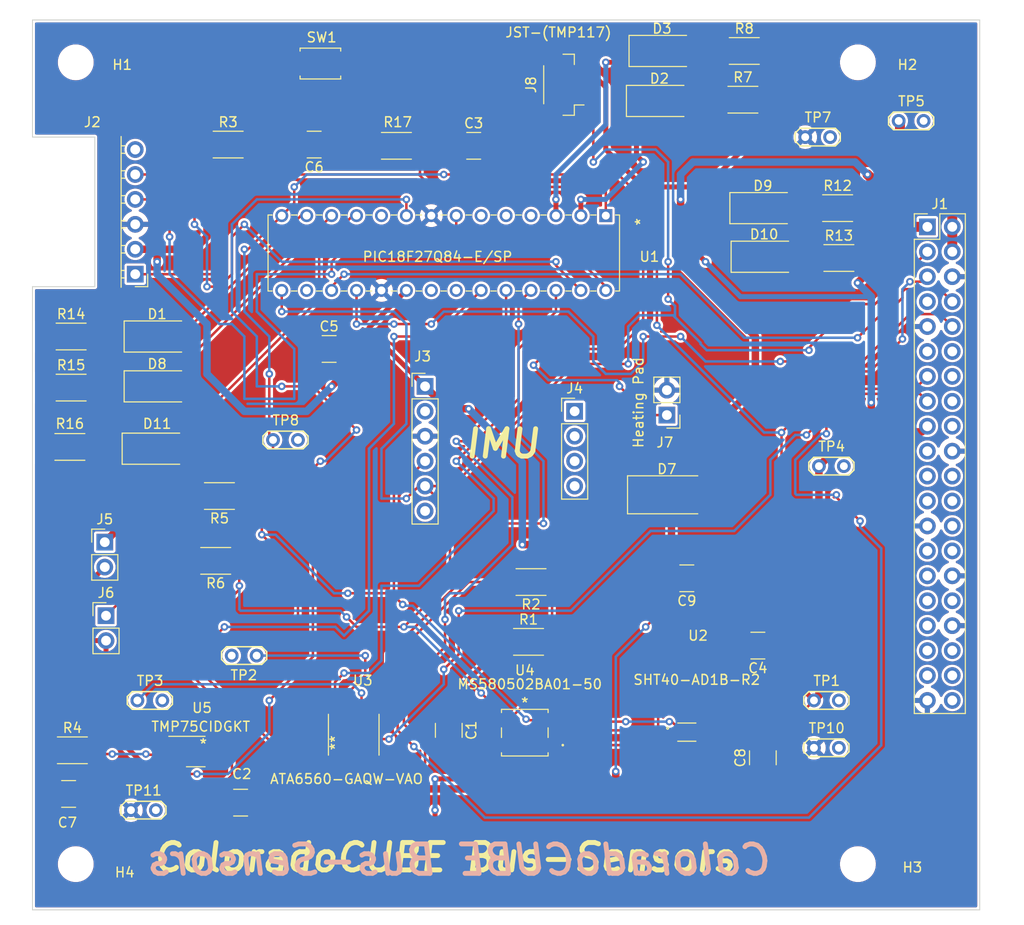
<source format=kicad_pcb>
(kicad_pcb (version 20211014) (generator pcbnew)
  (layers (0 "F.Cu" signal) (31 "B.Cu" signal) (34 "B.Paste" user) (35 "F.Paste" user) (36 "B.SilkS" user "B.Silkscreen") (37 "F.SilkS" user "F.Silkscreen") (38 "B.Mask" user) (39 "F.Mask" user) (44 "Edge.Cuts" user))
  (net 0 "")
  (net 1 "Net-(C1-Pad1)")
  (net 2 "GND")
  (net 3 "/+5V_VDD")
  (net 5 "/LED_1")
  (net 6 "/LED_2")
  (net 7 "/LED_3")
  (net 8 "/LED_4")
  (net 9 "/LED_5")
  (net 11 "/RC6_TX")
  (net 12 "/RC7_RX")
  (net 13 "/CAN_Transceiver/CANH")
  (net 14 "/CAN_Transceiver/CANL")
  (net 15 "/MCLR")
  (net 16 "/ICSPD")
  (net 17 "/ICSPC")
  (net 18 "/SDA_RC4")
  (net 19 "/SCL_RC3")
  (net 20 "/CAN_Transceiver/CAN_RX")
  (net 21 "/CAN_Transceiver/CAN_TX")
  (net 22 "Net-(J7-Pad1)")
  (net 25 "/CAN_Transceiver/NSIL")
  (net 26 "/CAN_Transceiver/STBY")
  (net 27 "/CAN_Transceiver/PWR")
  (net 29 "/+3V3_VDD")
  (net 31 "Net-(D9-Pad2)")
  (net 32 "Net-(D10-Pad2)")
  (net 33 "Net-(D1-Pad1)")
  (net 34 "/RC0_D11")
  (net 35 "Net-(D8-Pad1)")
  (net 36 "/RC1_D12")
  (net 37 "Net-(D11-Pad1)")
  (net 38 "/RC2_D13")
  (net 39 "Net-(C3-Pad2)")
  (net 45 "Net-(J5-Pad1)")
  (net 46 "Net-(J6-Pad1)")
  (net 47 "Net-(D2-Pad2)")
  (net 48 "Net-(D3-Pad2)")
  (net 49 "/ALERT_TEM")
  (footprint "Connector_PinHeader_2.54mm:PinHeader_1x06_P2.54mm_Horizontal" (layer "F.Cu") (at 114.610998 67.31 180)
    (fp_text reference "J2")
    (fp_text value "Conn_01x06")
  )
  (footprint "TestPoint:TestPoint_2Pads_Pitch2.54mm_Drill0.8mm" (layer "F.Cu") (at 182.88 53.34)
    (fp_text reference "TP7")
    (fp_text value "TestPoint")
  )
  (footprint "Capacitor_SMD:C_1210_3225Metric_Pad1.33x2.70mm_HandSolder" (layer "F.Cu") (at 146.558 113.792 -90)
    (fp_text reference "C1")
    (fp_text value "4.7nF")
  )
  (footprint "Resistor_SMD:R_2010_5025Metric_Pad1.40x2.65mm_HandSolder" (layer "F.Cu") (at 176.67 44.564)
    (fp_text reference "R8")
    (fp_text value "330")
  )
  (footprint "LED_SMD:LED_2010_5025Metric_Pad1.52x2.65mm_HandSolder" (layer "F.Cu") (at 168.021 49.657)
    (fp_text reference "D2")
    (fp_text value "RED")
  )
  (footprint "Capacitor_SMD:C_1210_3225Metric_Pad1.33x2.70mm_HandSolder" (layer "F.Cu") (at 170.815 98.298 180)
    (fp_text reference "C9")
    (fp_text value "22uF")
  )
  (footprint "MS5805:MS580502BA01-50" (layer "F.Cu") (at 154.305 114.02695 180)
    (fp_text reference "U4")
    (fp_text value "MS580502BA01-50")
  )
  (footprint "Capacitor_SMD:C_1210_3225Metric_Pad1.33x2.70mm_HandSolder" (layer "F.Cu") (at 149.098 54.229)
    (fp_text reference "C3")
    (fp_text value "0.1uF")
  )
  (footprint "Capacitor_SMD:C_1210_3225Metric_Pad1.33x2.70mm_HandSolder" (layer "F.Cu") (at 178.054 105.156 180)
    (fp_text reference "C4")
    (fp_text value "0.1uF")
  )
  (footprint "footprintsSP:PIC18F27Q84-E&slash_SP" (layer "F.Cu") (at 162.56 61.341 -90)
    (fp_text reference "U1")
    (fp_text value "PIC18F27Q84-E/SP")
  )
  (footprint "Connector_PinHeader_2.54mm:PinHeader_1x04_P2.54mm_Vertical" (layer "F.Cu") (at 159.385 81.28)
    (fp_text reference "J4")
    (fp_text value "Conn_01x04")
  )
  (footprint "Resistor_SMD:R_2010_5025Metric_Pad1.40x2.65mm_HandSolder" (layer "F.Cu") (at 123.19 89.916 180)
    (fp_text reference "R5")
    (fp_text value "10k")
  )
  (footprint "Connector_PinHeader_2.54mm:PinHeader_2x20_P2.54mm_Vertical" (layer "F.Cu") (at 195.326 62.484)
    (fp_text reference "J1")
    (fp_text value "Conn_02x20_Odd_Even")
  )
  (footprint "LED_SMD:LED_2010_5025Metric_Pad1.52x2.65mm_HandSolder" (layer "F.Cu") (at 116.6375 85.09)
    (fp_text reference "D11")
    (fp_text value "LED_Filled")
  )
  (footprint "TestPoint:TestPoint_2Pads_Pitch2.54mm_Drill0.8mm" (layer "F.Cu") (at 126.98 106.172 180)
    (fp_text reference "TP2")
    (fp_text value "TestPoint")
  )
  (footprint "tem_sensor:SHT40-AD1B-R2" (layer "F.Cu") (at 170.815 113.97295)
    (fp_text reference "U2")
    (fp_text value "SHT40-AD1B-R2")
  )
  (footprint "Resistor_SMD:R_2010_5025Metric_Pad1.40x2.65mm_HandSolder" (layer "F.Cu") (at 122.809 96.52 180)
    (fp_text reference "R6")
    (fp_text value "10k")
  )
  (footprint "TestPoint:TestPoint_2Pads_Pitch2.54mm_Drill0.8mm" (layer "F.Cu") (at 128.651 84.201)
    (fp_text reference "TP8")
    (fp_text value "TestPoint")
  )
  (footprint "Connector_PinHeader_2.54mm:PinHeader_1x06_P2.54mm_Vertical" (layer "F.Cu") (at 144.145 78.74)
    (fp_text reference "J3")
    (fp_text value "Conn_01x06")
  )
  (footprint "Capacitor_SMD:C_1210_3225Metric_Pad1.33x2.70mm_HandSolder" (layer "F.Cu") (at 125.349 121.158 180)
    (fp_text reference "C2")
    (fp_text value "100nF")
  )
  (footprint "TestPoint:TestPoint_2Pads_Pitch2.54mm_Drill0.8mm" (layer "F.Cu") (at 183.769 110.744)
    (fp_text reference "TP1")
    (fp_text value "TestPoint")
  )
  (footprint "Resistor_SMD:R_2010_5025Metric_Pad1.40x2.65mm_HandSolder" (layer "F.Cu") (at 107.95 84.91 180)
    (fp_text reference "R16")
    (fp_text value "1k")
  )
  (footprint "Resistor_SMD:R_2010_5025Metric_Pad1.40x2.65mm_HandSolder" (layer "F.Cu") (at 154.94 98.679 180)
    (fp_text reference "R2")
    (fp_text value "60")
  )
  (footprint "Resistor_SMD:R_2010_5025Metric_Pad1.40x2.65mm_HandSolder" (layer "F.Cu") (at 108.077 73.66 180)
    (fp_text reference "R14")
    (fp_text value "1k")
  )
  (footprint "MountingHole:MountingHole_3mm" (layer "F.Cu") (at 188.25 127.422)
    (fp_text reference "H3")
    (fp_text value "3mm_Mounting_Hole")
  )
  (footprint "MountingHole:MountingHole_3mm" (layer "F.Cu") (at 108.55 127.422)
    (fp_text reference "H4")
    (fp_text value "3mm_Mounting_Hole")
  )
  (footprint "TestPoint:TestPoint_2Pads_Pitch2.54mm_Drill0.8mm" (layer "F.Cu") (at 192.405 51.689)
    (fp_text reference "TP5")
    (fp_text value "TestPoint")
  )
  (footprint "TestPoint:TestPoint_2Pads_Pitch2.54mm_Drill0.8mm" (layer "F.Cu") (at 183.769 115.57)
    (fp_text reference "TP10")
    (fp_text value "TestPoint")
  )
  (footprint "LED_SMD:LED_2010_5025Metric_Pad1.52x2.65mm_HandSolder" (layer "F.Cu") (at 178.562 60.579)
    (fp_text reference "D9")
    (fp_text value "RED")
  )
  (footprint "LED_SMD:LED_2010_5025Metric_Pad1.52x2.65mm_HandSolder" (layer "F.Cu") (at 116.84 73.66)
    (fp_text reference "D1")
    (fp_text value "LED_Filled")
  )
  (footprint "Button_Switch_SMD:SW_Push_SPST_NO_Alps_SKRK" (layer "F.Cu") (at 133.477 45.847)
    (fp_text reference "SW1")
    (fp_text value "SW_SPST")
  )
  (footprint "Connector_PinHeader_2.54mm:PinHeader_1x02_P2.54mm_Vertical" (layer "F.Cu") (at 168.783 81.666 180)
    (fp_text reference "J7")
    (fp_text value "Conn_01x02")
  )
  (footprint "Diode_SMD:D_2512_6332Metric_Pad1.52x3.35mm_HandSolder" (layer "F.Cu") (at 168.783 89.789)
    (fp_text reference "D7")
    (fp_text value "DIODE")
  )
  (footprint "Resistor_SMD:R_2010_5025Metric_Pad1.40x2.65mm_HandSolder" (layer "F.Cu") (at 108.077 78.867 180)
    (fp_text reference "R15")
    (fp_text value "1k")
  )
  (footprint "TestPoint:TestPoint_2Pads_Pitch2.54mm_Drill0.8mm" (layer "F.Cu") (at 184.277 86.868)
    (fp_text reference "TP4")
    (fp_text value "TestPoint")
  )
  (footprint "MountingHole:MountingHole_3mm" (layer "F.Cu") (at 188.25 45.722)
    (fp_text reference "H2")
    (fp_text value "3mm_Mounting_Hole")
  )
  (footprint "Resistor_SMD:R_2010_5025Metric_Pad1.40x2.65mm_HandSolder" (layer "F.Cu") (at 186.309 65.659)
    (fp_text reference "R13")
    (fp_text value "270")
  )
  (footprint "Resistor_SMD:R_2010_5025Metric_Pad1.40x2.65mm_HandSolder" (layer "F.Cu") (at 154.686 104.775)
    (fp_text reference "R1")
    (fp_text value "60")
  )
  (footprint "CAN_footprint:ATA6560-GAQW-VAO" (layer "F.Cu") (at 136.87425 114.2365 90)
    (fp_text reference "U3")
    (fp_text value "ATA6560-GAQW-VAO")
  )
  (footprint "Resistor_SMD:R_2010_5025Metric_Pad1.40x2.65mm_HandSolder" (layer "F.Cu") (at 176.53 49.53)
    (fp_text reference "R7")
    (fp_text value "330")
  )
  (footprint "Connector_JST:JST_SH_BM04B-SRSS-TB_1x04-1MP_P1.00mm_Vertical" (layer "F.Cu") (at 158.242 48.006 90)
    (fp_text reference "J8")
    (fp_text value "Conn_01x04")
  )
  (footprint "Resistor_SMD:R_2010_5025Metric_Pad1.40x2.65mm_HandSolder" (layer "F.Cu") (at 141.224 54.229)
    (fp_text reference "R17")
    (fp_text value "100")
  )
  (footprint "Capacitor_SMD:C_1210_3225Metric_Pad1.33x2.70mm_HandSolder" (layer "F.Cu") (at 134.366 74.93)
    (fp_text reference "C5")
    (fp_text value "0.1uF")
  )
  (footprint "Capacitor_SMD:C_1210_3225Metric_Pad1.33x2.70mm_HandSolder" (layer "F.Cu") (at 132.842 54.102 180)
    (fp_text reference "C6")
    (fp_text value "0.1uF")
  )
  (footprint "Resistor_SMD:R_2010_5025Metric_Pad1.40x2.65mm_HandSolder" (layer "F.Cu") (at 108.204 115.824)
    (fp_text reference "R4")
    (fp_text value "10K")
  )
  (footprint "Resistor_SMD:R_2010_5025Metric_Pad1.40x2.65mm_HandSolder" (layer "F.Cu") (at 186.182 60.579)
    (fp_text reference "R12")
    (fp_text value "470")
  )
  (footprint "TEM_S:TMP75CIDGKT" (layer "F.Cu") (at 120.777 115.951)
    (fp_text reference "U5")
    (fp_text value "TMP75CIDGKT")
  )
  (footprint "Resistor_SMD:R_2010_5025Metric_Pad1.40x2.65mm_HandSolder" (layer "F.Cu") (at 124.079 54.102)
    (fp_text reference "R3")
    (fp_text value "10K")
  )
  (footprint "TestPoint:TestPoint_2Pads_Pitch2.54mm_Drill0.8mm" (layer "F.Cu") (at 114.828 110.744)
    (fp_text reference "TP3")
    (fp_text value "TestPoint")
  )
  (footprint "TestPoint:TestPoint_2Pads_Pitch2.54mm_Drill0.8mm" (layer "F.Cu") (at 114.173 121.92)
    (fp_text reference "TP11")
    (fp_text value "TestPoint")
  )
  (footprint "Capacitor_SMD:C_1210_3225Metric_Pad1.33x2.70mm_HandSolder" (layer "F.Cu") (at 107.823 120.269 180)
    (fp_text reference "C7")
    (fp_text value "0.1uF")
  )
  (footprint "Capacitor_SMD:C_1210_3225Metric_Pad1.33x2.70mm_HandSolder" (layer "F.Cu") (at 178.562 116.586 90)
    (fp_text reference "C8")
    (fp_text value "0.1uF")
  )
  (footprint "Connector_PinHeader_2.54mm:PinHeader_1x02_P2.54mm_Vertical" (layer "F.Cu") (at 111.633 102.108)
    (fp_text reference "J6")
    (fp_text value "Conn_01x02")
  )
  (footprint "LED_SMD:LED_2010_5025Metric_Pad1.52x2.65mm_HandSolder" (layer "F.Cu") (at 178.689 65.532)
    (fp_text reference "D10")
    (fp_text value "RED")
  )
  (footprint "MountingHole:MountingHole_3mm" (layer "F.Cu") (at 108.55 45.722)
    (fp_text reference "H1")
    (fp_text value "3mm_Mounting_Hole")
  )
  (footprint "Connector_PinHeader_2.54mm:PinHeader_1x02_P2.54mm_Vertical" (layer "F.Cu") (at 111.506 94.615)
    (fp_text reference "J5")
    (fp_text value "Conn_01x02")
  )
  (footprint "LED_SMD:LED_2010_5025Metric_Pad1.52x2.65mm_HandSolder" (layer "F.Cu") (at 168.288 44.564)
    (fp_text reference "D3")
    (fp_text value "GREEN")
  )
  (footprint "LED_SMD:LED_2010_5025Metric_Pad1.52x2.65mm_HandSolder" (layer "F.Cu") (at 116.84 78.74)
    (fp_text reference "D8")
    (fp_text value "LED_Filled")
  )
  (gr_line (start 200.66 41.402) (end 200.66 132.08) (layer "Edge.Cuts") (width 0.1))
  (gr_line (start 104.14 132.08) (end 104.14 68.58) (layer "Edge.Cuts") (width 0.1))
  (gr_line (start 110.49 53.34) (end 104.14 53.34) (layer "Edge.Cuts") (width 0.1))
  (gr_line (start 200.66 132.08) (end 104.14 132.08) (layer "Edge.Cuts") (width 0.1))
  (gr_line (start 104.14 53.34) (end 104.14 41.402) (layer "Edge.Cuts") (width 0.1))
  (gr_line (start 104.14 68.58) (end 110.49 68.58) (layer "Edge.Cuts") (width 0.1))
  (gr_line (start 104.14 41.402) (end 200.66 41.402) (layer "Edge.Cuts") (width 0.1))
  (gr_line (start 110.49 68.58) (end 110.49 53.34) (layer "Edge.Cuts") (width 0.1))
  (gr_text "ColoradoCUBE Bus-Sensors " (at 146.558 127) (layer "B.SilkS") (effects (font (size 2.999999 2.999999) (thickness 0.5) italic) (justify mirror)))
  (gr_text "ColoradoCUBE Bus-Sensors " (at 147.193 126.746) (layer "F.SilkS") (effects (font (size 2.794 2.794) (thickness 0.5) italic)))
  (gr_text "Heating Pad" (at 165.8874 80.391 90) (layer "F.SilkS") (effects (font (size 1 1))))
  (gr_text "JST-(TMP117)" (at 157.734 42.672) (layer "F.SilkS") (effects (font (size 1 1))))
  (gr_text "IMU" (at 152.019 84.582) (layer "F.SilkS") (effects (font (size 2.794 2.794) (thickness 0.5) italic)))
  (segment (start 157.086 107.074) (end 157.086 104.775) (width 0.508) (layer "F.Cu") (net 1))
  (segment (start 156.972 107.188) (end 157.086 107.074) (width 0.508) (layer "F.Cu") (net 1))
  (segment (start 146.558 112.2295) (end 146.558 110.617) (width 0.508) (layer "F.Cu") (net 1))
  (segment (start 157.086 98.933) (end 157.34 98.679) (width 0.254) (layer "F.Cu") (net 1))
  (segment (start 157.086 104.775) (end 157.086 98.933) (width 0.254) (layer "F.Cu") (net 1))
  (segment (start 146.558 110.617) (end 149.987 107.188) (width 0.508) (layer "F.Cu") (net 1))
  (segment (start 149.987 107.188) (end 156.972 107.188) (width 0.508) (layer "F.Cu") (net 1))
  (segment (start 171.45 67.31) (end 170.18 66.04) (width 0.762) (layer "F.Cu") (net 3))
  (segment (start 192.532 58.42) (end 190.741 58.42) (width 1.016) (layer "F.Cu") (net 3))
  (segment (start 146.431 81.026) (end 144.145 78.74) (width 0.762) (layer "F.Cu") (net 3))
  (segment (start 197.866 62.484) (end 197.866 59.69) (width 1.016) (layer "F.Cu") (net 3))
  (segment (start 121.92 60.96) (end 126.479 56.401) (width 0.762) (layer "F.Cu") (net 3))
  (segment (start 154.051 94.869) (end 160.7155 94.869) (width 0.762) (layer "F.Cu") (net 3))
  (segment (start 165.7955 89.789) (end 166.751 89.789) (width 0.762) (layer "F.Cu") (net 3))
  (segment (start 177.8 73.66) (end 171.45 67.31) (width 0.762) (layer "F.Cu") (net 3))
  (segment (start 190.3665 58.2865) (end 190.3665 58.7945) (width 1.016) (layer "F.Cu") (net 3))
  (segment (start 120.65 64.77) (end 121.92 63.5) (width 0.762) (layer "F.Cu") (net 3))
  (segment (start 197.866 65.024) (end 197.866 62.484) (width 1.016) (layer "F.Cu") (net 3))
  (segment (start 190.741 58.42) (end 190.3665 58.7945) (width 1.016) (layer "F.Cu") (net 3))
  (segment (start 142.24 68.961) (end 138.43 72.771) (width 0.508) (layer "F.Cu") (net 3))
  (segment (start 126.479 54.102) (end 131.2795 54.102) (width 0.508) (layer "F.Cu") (net 3))
  (segment (start 190.3665 58.7945) (end 188.582 60.579) (width 1.016) (layer "F.Cu") (net 3))
  (segment (start 126.479 56.401) (end 126.479 54.102) (width 0.762) (layer "F.Cu") (net 3))
  (segment (start 135.9285 77.4315) (end 134.62 78.74) (width 0.762) (layer "F.Cu") (net 3))
  (segment (start 138.43 72.771) (end 138.43 74.93) (width 0.508) (layer "F.Cu") (net 3))
  (segment (start 170.18 66.04) (end 170.18 59.69) (width 0.762) (layer "F.Cu") (net 3))
  (segment (start 138.43 74.93) (end 140.335 74.93) (width 0.508) (layer "F.Cu") (net 3))
  (segment (start 166.751 89.789) (end 177.8 78.74) (width 0.762) (layer "F.Cu") (net 3))
  (segment (start 148.59 81.026) (end 146.431 81.026) (width 0.762) (layer "F.Cu") (net 3))
  (segment (start 160.7155 94.869) (end 165.7955 89.789) (width 0.762) (layer "F.Cu") (net 3))
  (segment (start 192.532 51.816) (end 192.532 58.42) (width 1.016) (layer "F.Cu") (net 3))
  (segment (start 135.9285 74.93) (end 135.9285 77.4315) (width 0.762) (layer "F.Cu") (net 3))
  (segment (start 135.9285 74.93) (end 138.43 74.93) (width 0.508) (layer "F.Cu") (net 3))
  (segment (start 189.23 57.15) (end 190.3665 58.2865) (width 1.016) (layer "F.Cu") (net 3))
  (segment (start 116.84 66.04) (end 116.84 64.77) (width 0.762) (layer "F.Cu") (net 3))
  (segment (start 197.866 59.69) (end 196.596 58.42) (width 1.016) (layer "F.Cu") (net 3))
  (segment (start 121.92 63.5) (end 121.92 60.96) (width 0.762) (layer "F.Cu") (net 3))
  (segment (start 114.611 64.77) (end 116.84 64.77) (width 0.762) (layer "F.Cu") (net 3))
  (segment (start 140.335 74.93) (end 144.145 78.74) (width 0.508) (layer "F.Cu") (net 3))
  (segment (start 116.84 64.77) (end 120.65 64.77) (width 0.762) (layer "F.Cu") (net 3))
  (segment (start 196.596 58.42) (end 192.532 58.42) (width 1.016) (layer "F.Cu") (net 3))
  (segment (start 177.8 78.74) (end 177.8 73.66) (width 0.762) (layer "F.Cu") (net 3))
  (segment (start 192.405 51.689) (end 192.532 51.816) (width 1.016) (layer "F.Cu") (net 3))
  (via (at 154.051 94.869) (size 0.762) (drill 0.381) (layers "F.Cu" "B.Cu") (net 3))
  (via (at 148.59 81.026) (size 0.762) (drill 0.381) (layers "F.Cu" "B.Cu") (net 3))
  (via (at 134.62 78.74) (size 0.762) (drill 0.381) (layers "F.Cu" "B.Cu") (net 3))
  (via (at 116.84 66.04) (size 0.762) (drill 0.381) (layers "F.Cu" "B.Cu") (net 3))
  (via (at 170.18 59.69) (size 0.762) (drill 0.381) (layers "F.Cu" "B.Cu") (net 3))
  (via (at 189.23 57.15) (size 0.762) (drill 0.381) (layers "F.Cu" "B.Cu") (net 3))
  (segment (start 170.18 57.15) (end 171.45 55.88) (width 0.762) (layer "B.Cu") (net 3))
  (segment (start 171.45 55.88) (end 187.96 55.88) (width 0.762) (layer "B.Cu") (net 3))
  (segment (start 132.08 81.28) (end 125.73 81.28) (width 0.762) (layer "B.Cu") (net 3))
  (segment (start 121.92 73.66) (end 121.92 72.39) (width 0.762) (layer "B.Cu") (net 3))
  (segment (start 134.62 78.74) (end 132.08 81.28) (width 0.762) (layer "B.Cu") (net 3))
  (segment (start 121.92 72.39) (end 118.11 68.58) (width 0.762) (layer "B.Cu") (net 3))
  (segment (start 154.051 86.487) (end 148.59 81.026) (width 0.762) (layer "B.Cu") (net 3))
  (segment (start 154.051 94.869) (end 154.051 86.487) (width 0.762) (layer "B.Cu") (net 3))
  (segment (start 116.84 67.31) (end 116.84 66.04) (width 0.762) (layer "B.Cu") (net 3))
  (segment (start 118.11 68.58) (end 116.84 67.31) (width 0.762) (layer "B.Cu") (net 3))
  (segment (start 125.73 81.28) (end 121.92 77.47) (width 0.762) (layer "B.Cu") (net 3))
  (segment (start 187.96 55.88) (end 189.23 57.15) (width 0.762) (layer "B.Cu") (net 3))
  (segment (start 170.18 59.69) (end 170.18 57.15) (width 0.762) (layer "B.Cu") (net 3))
  (segment (start 121.92 77.47) (end 121.92 73.66) (width 0.762) (layer "B.Cu") (net 3))
  (segment (start 165.6835 49.657) (end 165.6835 55.1935) (width 0.508) (layer "F.Cu") (net 5))
  (segment (start 160.02 59.69) (end 160.02 61.341) (width 0.508) (layer "F.Cu") (net 5))
  (segment (start 165.6835 55.1935) (end 166.37 55.88) (width 0.508) (layer "F.Cu") (net 5))
  (via (at 166.37 55.88) (size 0.762) (drill 0.381) (layers "F.Cu" "B.Cu") (net 5))
  (via (at 160.02 59.69) (size 0.762) (drill 0.381) (layers "F.Cu" "B.Cu") (net 5))
  (segment (start 166.37 55.88) (end 162.56 59.69) (width 0.508) (layer "B.Cu") (net 5))
  (segment (start 162.56 59.69) (end 160.02 59.69) (width 0.508) (layer "B.Cu") (net 5))
  (segment (start 157.48 59.69) (end 157.48 61.341) (width 0.508) (layer "F.Cu") (net 6))
  (segment (start 164.7945 45.72) (end 162.56 45.72) (width 0.508) (layer "F.Cu") (net 6))
  (segment (start 165.9505 44.564) (end 164.7945 45.72) (width 0.508) (layer "F.Cu") (net 6))
  (via (at 162.56 45.72) (size 0.762) (drill 0.381) (layers "F.Cu" "B.Cu") (net 6))
  (via (at 157.48 59.69) (size 0.762) (drill 0.381) (layers "F.Cu" "B.Cu") (net 6))
  (segment (start 162.56 45.72) (end 162.56 52.07) (width 0.508) (layer "B.Cu") (net 6))
  (segment (start 157.48 57.15) (end 157.48 59.69) (width 0.508) (layer "B.Cu") (net 6))
  (segment (start 162.56 52.07) (end 157.48 57.15) (width 0.508) (layer "B.Cu") (net 6))
  (segment (start 196.596 68.834) (end 197.866 70.104) (width 0.254) (layer "F.Cu") (net 11))
  (segment (start 191.516 70.993) (end 192.786 69.723) (width 0.254) (layer "F.Cu") (net 11))
  (segment (start 193.04 68.834) (end 196.596 68.834) (width 0.254) (layer "F.Cu") (net 11))
  (segment (start 134.62 68.58) (end 134.62 68.961) (width 0.254) (layer "F.Cu") (net 11))
  (segment (start 135.89 67.31) (end 134.62 68.58) (width 0.254) (layer "F.Cu") (net 11))
  (segment (start 192.786 69.723) (end 192.786 69.088) (width 0.254) (layer "F.Cu") (net 11))
  (segment (start 188.214 73.787) (end 191.008 70.993) (width 0.254) (layer "F.Cu") (net 11))
  (segment (start 192.786 69.088) (end 193.04 68.834) (width 0.254) (layer "F.Cu") (net 11))
  (segment (start 191.008 70.993) (end 191.516 70.993) (width 0.254) (layer "F.Cu") (net 11))
  (via (at 135.89 67.31) (size 0.762) (drill 0.381) (layers "F.Cu" "B.Cu") (net 11))
  (via (at 188.214 73.787) (size 0.762) (drill 0.381) (layers "F.Cu" "B.Cu") (net 11))
  (segment (start 176.657 73.787) (end 176.53 73.66) (width 0.254) (layer "B.Cu") (net 11))
  (segment (start 168.91 67.31) (end 135.89 67.31) (width 0.254) (layer "B.Cu") (net 11))
  (segment (start 176.53 73.66) (end 170.18 67.31) (width 0.254) (layer "B.Cu") (net 11))
  (segment (start 170.18 67.31) (end 168.91 67.31) (width 0.254) (layer "B.Cu") (net 11))
  (segment (start 188.214 73.787) (end 176.657 73.787) (width 0.254) (layer "B.Cu") (net 11))
  (segment (start 188.722 76.2) (end 180.34 76.2) (width 0.254) (layer "F.Cu") (net 12))
  (segment (start 170.18 73.66) (end 166.37 73.66) (width 0.254) (layer "F.Cu") (net 12))
  (segment (start 196.596 71.374) (end 193.548 71.374) (width 0.254) (layer "F.Cu") (net 12))
  (segment (start 193.548 71.374) (end 188.722 76.2) (width 0.254) (layer "F.Cu") (net 12))
  (segment (start 197.866 72.644) (end 196.596 71.374) (width 0.254) (layer "F.Cu") (net 12))
  (segment (start 137.16 72.39) (end 137.16 68.961) (width 0.254) (layer "F.Cu") (net 12))
  (segment (start 144.78 72.39) (end 140.97 72.39) (width 0.254) (layer "F.Cu") (net 12))
  (via (at 137.16 72.39) (size 0.762) (drill 0.381) (layers "F.Cu" "B.Cu") (net 12))
  (via (at 140.97 72.39) (size 0.762) (drill 0.381) (layers "F.Cu" "B.Cu") (net 12))
  (via (at 180.34 76.2) (size 0.762) (drill 0.381) (layers "F.Cu" "B.Cu") (net 12))
  (via (at 170.18 73.66) (size 0.762) (drill 0.381) (layers "F.Cu" "B.Cu") (net 12))
  (via (at 144.78 72.39) (size 0.762) (drill 0.381) (layers "F.Cu" "B.Cu") (net 12))
  (via (at 166.37 73.66) (size 0.762) (drill 0.381) (layers "F.Cu" "B.Cu") (net 12))
  (segment (start 165.1 77.47) (end 162.56 77.47) (width 0.254) (layer "B.Cu") (net 12))
  (segment (start 156.21 71.12) (end 146.05 71.12) (width 0.254) (layer "B.Cu") (net 12))
  (segment (start 158.75 71.12) (end 156.21 71.12) (width 0.254) (layer "B.Cu") (net 12))
  (segment (start 166.37 73.66) (end 166.37 76.2) (width 0.254) (layer "B.Cu") (net 12))
  (segment (start 161.29 76.2) (end 161.29 73.66) (width 0.254) (layer "B.Cu") (net 12))
  (segment (start 166.37 76.2) (end 165.1 77.47) (width 0.254) (layer "B.Cu") (net 12))
  (segment (start 140.97 72.39) (end 137.16 72.39) (width 0.254) (layer "B.Cu") (net 12))
  (segment (start 162.56 77.47) (end 161.29 76.2) (width 0.254) (layer "B.Cu") (net 12))
  (segment (start 146.05 71.12) (end 144.78 72.39) (width 0.254) (layer "B.Cu") (net 12))
  (segment (start 180.34 76.2) (end 172.72 76.2) (width 0.254) (layer "B.Cu") (net 12))
  (segment (start 172.72 76.2) (end 170.18 73.66) (width 0.254) (layer "B.Cu") (net 12))
  (segment (start 161.29 73.66) (end 158.75 71.12) (width 0.254) (layer "B.Cu") (net 12))
  (segment (start 136.23925 112.74425) (end 137.795 114.3) (width 0.254) (layer "F.Cu") (net 13))
  (segment (start 138.049 108.204) (end 136.23925 110.01375) (width 0.254) (layer "F.Cu") (net 13))
  (segment (start 187.706 78.994) (end 183.007 83.693) (width 0.254) (layer "F.Cu") (net 13))
  (segment (start 147.701 104.775) (end 147.574 104.648) (width 0.254) (layer "F.Cu") (net 13))
  (segment (start 146.05 107.569) (end 147.574 106.045) (width 0.254) (layer "F.Cu") (net 13))
  (segment (start 138.176 114.681) (end 140.462 114.681) (width 0.254) (layer "F.Cu") (net 13))
  (segment (start 136.23925 111.5822) (end 136.23925 112.74425) (width 0.254) (layer "F.Cu") (net 13))
  (segment (start 147.574 106.045) (end 147.574 104.648) (width 0.254) (layer "F.Cu") (net 13))
  (segment (start 194.056 78.994) (end 187.706 78.994) (width 0.254) (layer "F.Cu") (net 13))
  (segment (start 136.23925 110.01375) (end 136.23925 111.5822) (width 0.254) (layer "F.Cu") (net 13))
  (segment (start 137.795 114.3) (end 138.176 114.681) (width 0.254) (layer "F.Cu") (net 13))
  (segment (start 195.326 77.724) (end 194.056 78.994) (width 0.254) (layer "F.Cu") (net 13))
  (segment (start 147.574 104.648) (end 147.574 101.6) (width 0.254) (layer "F.Cu") (net 13))
  (segment (start 152.286 104.775) (end 147.701 104.775) (width 0.254) (layer "F.Cu") (net 13))
  (segment (start 138.049 106.172) (end 138.049 108.204) (width 0.254) (layer "F.Cu") (net 13))
  (via (at 140.462 114.681) (size 0.762) (drill 0.381) (layers "F.Cu" "B.Cu") (net 13))
  (via (at 146.05 107.569) (size 0.762) (drill 0.381) (layers "F.Cu" "B.Cu") (net 13))
  (via (at 138.049 106.172) (size 0.762) (drill 0.381) (layers "F.Cu" "B.Cu") (net 13))
  (via (at 183.007 83.693) (size 0.762) (drill 0.381) (layers "F.Cu" "B.Cu") (net 13))
  (via (at 147.574 101.6) (size 0.762) (drill 0.381) (layers "F.Cu" "B.Cu") (net 13))
  (segment (start 159.004 101.6) (end 167.132 93.472) (width 0.254) (layer "B.Cu") (net 13))
  (segment (start 179.324 89.789) (end 179.324 86.233) (width 0.254) (layer "B.Cu") (net 13))
  (segment (start 146.05 109.093) (end 146.05 107.569) (width 0.254) (layer "B.Cu") (net 13))
  (segment (start 175.641 93.472) (end 179.324 89.789) (width 0.254) (layer "B.Cu") (net 13))
  (segment (start 179.324 86.233) (end 181.864 83.693) (width 0.254) (layer "B.Cu") (net 13))
  (segment (start 140.462 114.681) (end 146.05 109.093) (width 0.254) (layer "B.Cu") (net 13))
  (segment (start 181.864 83.693) (end 183.007 83.693) (width 0.254) (layer "B.Cu") (net 13))
  (segment (start 126.98 106.172) (end 138.049 106.172) (width 0.254) (layer "B.Cu") (net 13))
  (segment (start 147.574 101.6) (end 159.004 101.6) (width 0.254) (layer "B.Cu") (net 13))
  (segment (start 167.132 93.472) (end 175.641 93.472) (width 0.254) (layer "B.Cu") (net 13))
  (segment (start 185.801 90.043) (end 186.055 89.789) (width 0.254) (layer "F.Cu") (net 14))
  (segment (start 194.564 79.502) (end 195.326 80.264) (width 0.254) (layer "F.Cu") (net 14))
  (segment (start 137.922 113.157) (end 140.335 113.157) (width 0.254) (layer "F.Cu") (net 14))
  (segment (start 143.002 115.443) (end 141.351 113.792) (width 0.254) (layer "F.Cu") (net 14))
  (segment (start 137.50925 112.74425) (end 137.922 113.157) (width 0.254) (layer "F.Cu") (net 14))
  (segment (start 185.039 83.566) (end 185.039 82.677) (width 0.254) (layer "F.Cu") (net 14))
  (segment (start 141.351 113.792) (end 141.351 112.141) (width 0.254) (layer "F.Cu") (net 14))
  (segment (start 141.351 105.918) (end 148.59 98.679) (width 0.254) (layer "F.Cu") (net 14))
  (segment (start 188.214 79.502) (end 194.564 79.502) (width 0.254) (layer "F.Cu") (net 14))
  (segment (start 141.351 112.141) (end 141.351 105.918) (width 0.254) (layer "F.Cu") (net 14))
  (segment (start 137.668 111.42345) (end 137.50925 111.5822) (width 0.254) (layer "F.Cu") (net 14))
  (segment (start 137.50925 111.5822) (end 137.50925 112.74425) (width 0.254) (layer "F.Cu") (net 14))
  (segment (start 186.055 90.043) (end 185.801 90.043) (width 0.254) (layer "F.Cu") (net 14))
  (segment (start 140.335 113.157) (end 141.351 112.141) (width 0.254) (layer "F.Cu") (net 14))
  (segment (start 137.668 109.982) (end 137.668 111.42345) (width 0.254) (layer "F.Cu") (net 14))
  (segment (start 148.59 98.679) (end 152.54 98.679) (width 0.254) (layer "F.Cu") (net 14))
  (segment (start 185.039 82.677) (end 188.214 79.502) (width 0.254) (layer "F.Cu") (net 14))
  (segment (start 188.468 92.456) (end 186.055 90.043) (width 0.254) (layer "F.Cu") (net 14))
  (via (at 137.668 109.982) (size 0.762) (drill 0.381) (layers "F.Cu" "B.Cu") (net 14))
  (via (at 143.002 115.443) (size 0.762) (drill 0.381) (layers "F.Cu" "B.Cu") (net 14))
  (via (at 188.468 92.456) (size 0.762) (drill 0.381) (layers "F.Cu" "B.Cu") (net 14))
  (via (at 186.055 89.789) (size 0.762) (drill 0.381) (layers "F.Cu" "B.Cu") (net 14))
  (via (at 185.039 83.566) (size 0.762) (drill 0.381) (layers "F.Cu" "B.Cu") (net 14))
  (segment (start 184.531 83.566) (end 185.039 83.566) (width 0.254) (layer "B.Cu") (net 14))
  (segment (start 188.468 93.091) (end 188.468 92.837) (width 0.254) (layer "B.Cu") (net 14))
  (segment (start 186.055 89.789) (end 181.991 89.789) (width 0.254) (layer "B.Cu") (net 14))
  (segment (start 114.828 110.744) (end 116.479 109.093) (width 0.254) (layer "B.Cu") (net 14))
  (segment (start 181.991 89.789) (end 181.864 89.662) (width 0.254) (layer "B.Cu") (net 14))
  (segment (start 143.002 115.443) (end 150.241 122.682) (width 0.254) (layer "B.Cu") (net 14))
  (segment (start 190.627 95.25) (end 188.468 93.091) (width 0.254) (layer "B.Cu") (net 14))
  (segment (start 183.261 122.682) (end 190.627 115.316) (width 0.254) (layer "B.Cu") (net 14))
  (segment (start 116.479 109.093) (end 136.779 109.093) (width 0.254) (layer "B.Cu") (net 14))
  (segment (start 188.595 92.71) (end 188.468 92.583) (width 0.254) (layer "B.Cu") (net 14))
  (segment (start 136.779 109.093) (end 137.668 109.982) (width 0.254) (layer "B.Cu") (net 14))
  (segment (start 181.864 86.233) (end 184.531 83.566) (width 0.254) (layer "B.Cu") (net 14))
  (segment (start 188.468 92.583) (end 188.468 92.456) (width 0.254) (layer "B.Cu") (net 14))
  (segment (start 188.468 92.837) (end 188.595 92.71) (width 0.254) (layer "B.Cu") (net 14))
  (segment (start 181.864 89.662) (end 181.864 86.233) (width 0.254) (layer "B.Cu") (net 14))
  (segment (start 190.627 115.316) (end 190.627 95.25) (width 0.254) (layer "B.Cu") (net 14))
  (segment (start 150.241 122.682) (end 183.261 122.682) (width 0.254) (layer "B.Cu") (net 14))
  (segment (start 114.611 67.31) (end 123.19 67.31) (width 0.254) (layer "F.Cu") (net 15))
  (segment (start 162.56 58.42) (end 162.56 61.341) (width 0.254) (layer "F.Cu") (net 15))
  (segment (start 123.19 62.23) (end 128.27 57.15) (width 0.254) (layer "F.Cu") (net 15))
  (segment (start 144.78 58.42) (end 162.56 58.42) (width 0.254) (layer "F.Cu") (net 15))
  (segment (start 143.624 57.036) (end 143.624 54.229) (width 0.254) (layer "F.Cu") (net 15))
  (segment (start 128.27 57.15) (end 143.51 57.15) (width 0.254) (layer "F.Cu") (net 15))
  (segment (start 143.51 57.15) (end 143.624 57.036) (width 0.254) (layer "F.Cu") (net 15))
  (segment (start 123.19 67.31) (end 123.19 62.23) (width 0.254) (layer "F.Cu") (net 15))
  (segment (start 143.51 57.15) (end 144.78 58.42) (width 0.254) (layer "F.Cu") (net 15))
  (segment (start 158.75 64.77) (end 162.56 68.58) (width 0.254) (layer "F.Cu") (net 16))
  (segment (start 118.11 59.69) (end 118.11 63.5) (width 0.254) (layer "F.Cu") (net 16))
  (segment (start 134.62 66.04) (end 135.89 64.77) (width 0.254) (layer "F.Cu") (net 16))
  (segment (start 114.611 59.69) (end 118.11 59.69) (width 0.254) (layer "F.Cu") (net 16))
  (segment (start 134.62 67.31) (end 134.62 66.04) (width 0.254) (layer "F.Cu") (net 16))
  (segment (start 135.89 64.77) (end 158.75 64.77) (width 0.254) (layer "F.Cu") (net 16))
  (segment (start 162.56 68.58) (end 162.56 68.961) (width 0.254) (layer "F.Cu") (net 16))
  (via (at 134.62 67.31) (size 0.762) (drill 0.381) (layers "F.Cu" "B.Cu") (net 16))
  (via (at 118.11 63.5) (size 0.762) (drill 0.381) (layers "F.Cu" "B.Cu") (net 16))
  (segment (start 118.11 63.5) (end 118.11 67.31) (width 0.254) (layer "B.Cu") (net 16))
  (segment (start 121.92 71.12) (end 123.19 72.39) (width 0.254) (layer "B.Cu") (net 16))
  (segment (start 127 67.31) (end 134.62 67.31) (width 0.254) (layer "B.Cu") (net 16))
  (segment (start 125.73 80.01) (end 130.81 80.01) (width 0.254) (layer "B.Cu") (net 16))
  (segment (start 130.81 77.47) (end 130.81 74.93) (width 0.254) (layer "B.Cu") (net 16))
  (segment (start 125.73 73.66) (end 125.73 80.01) (width 0.254) (layer "B.Cu") (net 16))
  (segment (start 130.81 80.01) (end 130.81 77.47) (width 0.254) (layer "B.Cu") (net 16))
  (segment (start 118.11 67.31) (end 121.92 71.12) (width 0.254) (layer "B.Cu") (net 16))
  (segment (start 123.19 72.39) (end 124.46 72.39) (width 0.254) (layer "B.Cu") (net 16))
  (segment (start 130.81 74.93) (end 127 71.12) (width 0.254) (layer "B.Cu") (net 16))
  (segment (start 124.46 72.39) (end 125.73 73.66) (width 0.254) (layer "B.Cu") (net 16))
  (segment (start 127 71.12) (end 127 67.31) (width 0.254) (layer "B.Cu") (net 16))
  (segment (start 114.611 57.15) (end 118.11 57.15) (width 0.254) (layer "F.Cu") (net 17))
  (segment (start 123.19 68.58) (end 124.46 67.31) (width 0.254) (layer "F.Cu") (net 17))
  (segment (start 124.46 63.5) (end 125.73 62.23) (width 0.254) (layer "F.Cu") (net 17))
  (segment (start 157.48 66.04) (end 157.48 66.421) (width 0.254) (layer "F.Cu") (net 17))
  (segment (start 120.65 59.69) (end 120.65 62.23) (width 0.254) (layer "F.Cu") (net 17))
  (segment (start 157.48 66.421) (end 160.02 68.961) (width 0.254) (layer "F.Cu") (net 17))
  (segment (start 118.11 57.15) (end 120.65 59.69) (width 0.254) (layer "F.Cu") (net 17))
  (segment (start 121.92 68.58) (end 123.19 68.58) (width 0.254) (layer "F.Cu") (net 17))
  (segment (start 124.46 67.31) (end 124.46 63.5) (width 0.254) (layer "F.Cu") (net 17))
  (via (at 120.65 62.23) (size 0.762) (drill 0.381) (layers "F.Cu" "B.Cu") (net 17))
  (via (at 125.73 62.23) (size 0.762) (drill 0.381) (layers "F.Cu" "B.Cu") (net 17))
  (via (at 157.48 66.04) (size 0.762) (drill 0.381) (layers "F.Cu" "B.Cu") (net 17))
  (via (at 121.92 68.58) (size 0.762) (drill 0.381) (layers "F.Cu" "B.Cu") (net 17))
  (segment (start 125.73 62.23) (end 129.54 66.04) (width 0.254) (layer "B.Cu") (net 17))
  (segment (start 120.65 62.23) (end 121.92 63.5) (width 0.254) (layer "B.Cu") (net 17))
  (segment (start 129.54 66.04) (end 157.48 66.04) (width 0.254) (layer "B.Cu") (net 17))
  (segment (start 121.92 63.5) (end 121.92 68.58) (width 0.254) (layer "B.Cu") (net 17))
  (segment (start 137.16 103.251) (end 136.144 102.235) (width 0.254) (layer "F.Cu") (net 18))
  (segment (start 164.592 112.903) (end 158.877 112.903) (width 0.254) (layer "F.Cu") (net 18))
  (segment (start 161.29 54.61) (end 161.29 55.88) (width 0.254) (layer "F.Cu") (net 18))
  (segment (start 157.226 111.252) (end 154.159951 111.252) (width 0.254) (layer "F.Cu") (net 18))
  (segment (start 187.706 70.358) (end 183.261 74.803) (width 0.254) (layer "F.Cu") (net 18))
  (segment (start 144.145 88.9) (end 146.939 88.9) (width 0.254) (layer "F.Cu") (net 18))
  (segment (start 146.939 88.9) (end 156.083 79.756) (width 0.254) (layer "F.Cu") (net 18))
  (segment (start 156.083 79.756) (end 159.385 76.454) (width 0.254) (layer "F.Cu") (net 18))
  (segment (start 112.522 112.395) (end 112.522 108.458) (width 0.254) (layer "F.Cu") (net 18))
  (segment (start 161.29 49.53) (end 161.29 54.61) (width 0.254) (layer "F.Cu") (net 18))
  (segment (start 146.685 90.932) (end 146.685 98.552) (width 0.254) (layer "F.Cu") (net 18))
  (segment (start 143.51 88.9) (end 142.24 90.17) (width 0.254) (layer "F.Cu") (net 18))
  (segment (start 169.037 112.903) (end 169.291 112.903) (width 0.254) (layer "F.Cu") (net 18))
  (segment (start 129.54 71.12) (end 129.54 68.961) (width 0.254) (layer "F.Cu") (net 18))
  (segment (start 125.222 99.441) (end 125.222 99.06) (width 0.254) (layer "F.Cu") (net 18))
  (segment (start 144.145 88.9) (end 146.177 90.932) (width 0.254) (layer "F.Cu") (net 18))
  (segment (start 169.291 112.903) (end 169.960951 113.572951) (width 0.254) (layer "F.Cu") (net 18))
  (segment (start 125.209 96.52) (end 125.209 99.047) (width 0.254) (layer "F.Cu") (net 18))
  (segment (start 189.992 70.358) (end 187.706 70.358) (width 0.254) (layer "F.Cu") (net 18))
  (segment (start 146.685 98.552) (end 141.986 103.251) (width 0.254) (layer "F.Cu") (net 18))
  (segment (start 152.655001 112.75695) (end 152.63495 112.75695) (width 0.254) (layer "F.Cu") (net 18))
  (segment (start 183.261 74.803) (end 183.261 75.057) (width 0.254) (layer "F.Cu") (net 18))
  (segment (start 168.91 66.04) (end 168.91 69.85) (width 0.254) (layer "F.Cu") (net 18))
  (segment (start 125.209 99.047) (end 125.222 99.06) (width 0.254) (layer "F.Cu") (net 18))
  (segment (start 115.102998 114.975998) (end 112.522 112.395) (width 0.254) (layer "F.Cu") (net 18))
  (segment (start 169.960951 113.572951) (end 170.0657 113.572951) (width 0.254) (layer "F.Cu") (net 18))
  (segment (start 123.825 100.838) (end 125.222 99.441) (width 0.254) (layer "F.Cu") (net 18))
  (segment (start 154.159951 111.252) (end 152.655001 112.75695) (width 0.254) (layer "F.Cu") (net 18))
  (segment (start 118.677002 114.975998) (end 115.102998 114.975998) (width 0.254) (layer "F.Cu") (net 18))
  (segment (start 195.326 65.024) (end 189.992 70.358) (width 0.254) (layer "F.Cu") (net 18))
  (segment (start 159.567 48.506) (end 160.266 48.506) (width 0.254) (layer "F.Cu") (net 18))
  (segment (start 120.142 100.838) (end 123.825 100.838) (width 0.254) (layer "F.Cu") (net 18))
  (segment (start 158.877 112.903) (end 157.226 111.252) (width 0.254) (layer "F.Cu") (net 18))
  (segment (start 112.522 108.458) (end 120.142 100.838) (width 0.254) (layer "F.Cu") (net 18))
  (segment (start 152.63495 112.75695) (end 149.86 109.982) (width 0.254) (layer "F.Cu") (net 18))
  (segment (start 141.986 103.251) (end 137.16 103.251) (width 0.254) (layer "F.Cu") (net 18))
  (segment (start 160.266 48.506) (end 161.29 49.53) (width 0.254) (layer "F.Cu") (net 18))
  (segment (start 146.177 90.932) (end 146.685 90.932) (width 0.254) (layer "F.Cu") (net 18))
  (segment (start 159.385 76.454) (end 164.846 76.454) (width 0.254) (layer "F.Cu") (net 18))
  (segment (start 144.145 88.9) (end 143.51 88.9) (width 0.254) (layer "F.Cu") (net 18))
  (via (at 136.144 102.235) (size 0.762) (drill 0.381) (layers "F.Cu" "B.Cu") (net 18))
  (via (at 168.91 66.04) (size 0.762) (drill 0.381) (layers "F.Cu" "B.Cu") (net 18))
  (via (at 164.592 112.903) (size 0.762) (drill 0.381) (layers "F.Cu" "B.Cu") (net 18))
  (via (at 161.29 55.88) (size 0.762) (drill 0.381) (layers "F.Cu" "B.Cu") (net 18))
  (via (at 168.91 69.85) (size 0.762) (drill 0.381) (layers "F.Cu" "B.Cu") (net 18))
  (via (at 141.986 103.251) (size 0.762) (drill 0.381) (layers "F.Cu" "B.Cu") (net 18))
  (via (at 125.222 99.06) (size 0.762) (drill 0.381) (layers "F.Cu" "B.Cu") (net 18))
  (via (at 142.24 90.17) (size 0.762) (drill 0.381) (layers "F.Cu" "B.Cu") (net 18))
  (via (at 149.86 109.982) (size 0.762) (drill 0.381) (layers "F.Cu" "B.Cu") (net 18))
  (via (at 129.54 71.12) (size 0.762) (drill 0.381) (layers "F.Cu" "B.Cu") (net 18))
  (via (at 164.846 76.454) (size 0.762) (drill 0.381) (layers "F.Cu" "B.Cu") (net 18))
  (via (at 183.261 75.057) (size 0.762) (drill 0.381) (layers "F.Cu" "B.Cu") (net 18))
  (via (at 169.037 112.903) (size 0.762) (drill 0.381) (layers "F.Cu" "B.Cu") (net 18))
  (segment (start 172.212 74.422) (end 172.847 75.057) (width 0.254) (layer "B.Cu") (net 18))
  (segment (start 142.24 72.39) (end 140.97 71.12) (width 0.254) (layer "B.Cu") (net 18))
  (segment (start 164.846 72.644) (end 164.973 72.517) (width 0.254) (layer "B.Cu") (net 18))
  (segment (start 139.7 85.09) (end 140.97 83.82) (width 0.254) (layer "B.Cu") (net 18))
  (segment (start 142.24 90.17) (end 139.7 90.17) (width 0.254) (layer "B.Cu") (net 18))
  (segment (start 142.24 82.55) (end 142.24 72.39) (width 0.254) (layer "B.Cu") (net 18))
  (segment (start 149.86 109.982) (end 143.129 103.251) (width 0.254) (layer "B.Cu") (net 18))
  (segment (start 162.56 54.61) (end 167.64 54.61) (width 0.254) (layer "B.Cu") (net 18))
  (segment (start 125.222 101.473) (end 125.222 99.06) (width 0.254) (layer "B.Cu") (net 18))
  (segment (start 169.6085 70.5485) (end 169.6085 71.6915) (width 0.254) (layer "B.Cu") (net 18))
  (segment (start 161.29 55.88) (end 162.56 54.61) (width 0.254) (layer "B.Cu") (net 18))
  (segment (start 125.349 101.6) (end 125.222 101.473) (width 0.254) (layer "B.Cu") (net 18))
  (segment (start 139.7 90.17) (end 139.7 85.09) (width 0.254) (layer "B.Cu") (net 18))
  (segment (start 169.6085 71.6915) (end 172.212 74.295) (width 0.254) (layer "B.Cu") (net 18))
  (segment (start 164.846 76.454) (end 164.846 72.644) (width 0.254) (layer "B.Cu") (net 18))
  (segment (start 172.212 74.295) (end 172.212 74.422) (width 0.254) (layer "B.Cu") (net 18))
  (segment (start 164.973 72.517) (end 165.989 71.501) (width 0.254) (layer "B.Cu") (net 18))
  (segment (start 169.418 71.501) (end 169.6085 71.6915) (width 0.254) (layer "B.Cu") (net 18))
  (segment (start 168.91 55.88) (end 168.91 66.04) (width 0.254) (layer "B.Cu") (net 18))
  (segment (start 140.97 71.12) (end 129.54 71.12) (width 0.254) (layer "B.Cu") (net 18))
  (segment (start 168.656 112.903) (end 169.037 112.903) (width 0.254) (layer "B.Cu") (net 18))
  (segment (start 143.129 103.251) (end 141.986 103.251) (width 0.254) (layer "B.Cu") (net 18))
  (segment (start 167.64 54.61) (end 168.91 55.88) (width 0.254) (layer "B.Cu") (net 18))
  (segment (start 136.144 102.235) (end 135.509 101.6) (width 0.254) (layer "B.Cu") (net 18))
  (segment (start 165.989 71.501) (end 169.418 71.501) (width 0.254) (layer "B.Cu") (net 18))
  (segment (start 168.91 69.85) (end 169.6085 70.5485) (width 0.254) (layer "B.Cu") (net 18))
  (segment (start 172.847 75.057) (end 183.261 75.057) (width 0.254) (layer "B.Cu") (net 18))
  (segment (start 140.97 83.82) (end 142.24 82.55) (width 0.254) (layer "B.Cu") (net 18))
  (segment (start 135.509 101.6) (end 125.349 101.6) (width 0.254) (layer "B.Cu") (net 18))
  (segment (start 168.656 112.903) (end 164.592 112.903) (width 0.254) (layer "B.Cu") (net 18))
  (segment (start 122.428 102.362) (end 131.191 102.362) (width 0.254) (layer "F.Cu") (net 19))
  (segment (start 180.467 83.439) (end 186.69 77.216) (width 0.254) (layer "F.Cu") (net 19))
  (segment (start 167.767 72.517) (end 167.767 61.087) (width 0.254) (layer "F.Cu") (net 19))
  (segment (start 154.53995 112.75695) (end 154.432 112.649) (width 0.254) (layer "F.Cu") (net 19))
  (segment (start 130.81 58.42) (end 130.81 60.071) (width 0.254) (layer "F.Cu") (net 19))
  (segment (start 131.191 102.362) (end 131.191 97.536) (width 0.254) (layer "F.Cu") (net 19))
  (segment (start 119.38 107.188) (end 119.38 105.41) (width 0.254) (layer "F.Cu") (net 19))
  (segment (start 159.567 53.793) (end 156.21 57.15) (width 0.254) (layer "F.Cu") (net 19))
  (segment (start 194.818 68.072) (end 195.326 67.564) (width 0.254) (layer "F.Cu") (net 19))
  (segment (start 127.508 93.853) (end 127.508 91.834) (width 0.254) (layer "F.Cu") (net 19))
  (segment (start 167.894 113.792) (end 167.894 106.299) (width 0.254) (layer "F.Cu") (net 19))
  (segment (start 167.894 113.792) (end 156.990049 113.792) (width 0.254) (layer "F.Cu") (net 19))
  (segment (start 141.859 100.965) (end 141.224 100.33) (width 0.254) (layer "F.Cu") (net 19))
  (segment (start 125.73 64.77) (end 126.111 64.77) (width 0.254) (layer "F.Cu") (net 19))
  (segment (start 167.767 61.087) (end 167.64 60.96) (width 0.254) (layer "F.Cu") (net 19))
  (segment (start 141.859 88.646) (end 140.97 88.646) (width 0.254) (layer "F.Cu") (net 19))
  (segment (start 188.214 77.216) (end 189.484 77.216) (width 0.254) (layer "F.Cu") (net 19))
  (segment (start 140.716 99.822) (end 136.271 99.822) (width 0.254) (layer "F.Cu") (net 19))
  (segment (start 141.224 100.33) (end 140.716 99.822) (width 0.254) (layer "F.Cu") (net 19))
  (segment (start 127.508 91.834) (end 125.59 89.916) (width 0.254) (layer "F.Cu") (net 19))
  (segment (start 119.38 105.41) (end 122.428 102.362) (width 0.254) (layer "F.Cu") (net 19))
  (segment (start 128.27 83.82) (end 128.27 77.47) (width 0.254) (layer "F.Cu") (net 19))
  (segment (start 168.474949 114.372949) (end 167.894 113.792) (width 0.254) (layer "F.Cu") (net 19))
  (segment (start 186.69 77.216) (end 188.214 77.216) (width 0.254) (layer "F.Cu") (net 19))
  (segment (start 155.954999 112.75695) (end 154.53995 112.75695) (width 0.254) (layer "F.Cu") (net 19))
  (segment (start 180.467 93.726) (end 180.467 84.201) (width 0.254) (layer "F.Cu") (net 19))
  (segment (start 131.191 97.536) (end 127.508 93.853) (width 0.254) (layer "F.Cu") (net 19))
  (segment (start 170.0657 114.372949) (end 168.474949 114.372949) (width 0.254) (layer "F.Cu") (net 19))
  (segment (start 126.111 64.77) (end 129.54 61.341) (width 0.254) (layer "F.Cu") (net 19))
  (segment (start 180.213 93.98) (end 180.467 93.726) (width 0.254) (layer "F.Cu") (net 19))
  (segment (start 119.832001 115.625999) (end 123.063 112.395) (width 0.254) (layer "F.Cu") (net 19))
  (segment (start 189.484 77.216) (end 192.786 73.914) (width 0.254) (layer "F.Cu") (net 19))
  (segment (start 193.548 68.072) (end 194.818 68.072) (width 0.254) (layer "F.Cu") (net 19))
  (segment (start 140.97 88.646) (end 140.97 100.076) (width 0.254) (layer "F.Cu") (net 19))
  (segment (start 130.81 60.071) (end 129.54 61.341) (width 0.254) (layer "F.Cu") (net 19))
  (segment (start 128.651 84.201) (end 128.651 86.855) (width 0.254) (layer "F.Cu") (net 19))
  (segment (start 167.64 60.96) (end 163.83 57.15) (width 0.254) (layer "F.Cu") (net 19))
  (segment (start 123.063 112.395) (end 123.063 110.871) (width 0.254) (layer "F.Cu") (net 19))
  (segment (start 128.651 86.855) (end 125.59 89.916) (width 0.254) (layer "F.Cu") (net 19))
  (segment (start 144.145 86.36) (end 141.859 88.646) (width 0.254) (layer "F.Cu") (net 19))
  (segment (start 163.83 57.15) (end 156.21 57.15) (width 0.254) (layer "F.Cu") (net 19))
  (segment (start 159.567 49.506) (end 159.567 53.793) (width 0.254) (layer "F.Cu") (net 19))
  (segment (start 167.894 106.299) (end 180.213 93.98) (width 0.254) (layer "F.Cu") (net 19))
  (segment (start 156.21 57.15) (end 146.05 57.15) (width 0.254) (layer "F.Cu") (net 19))
  (segment (start 123.063 110.871) (end 119.38 107.188) (width 0.254) (layer "F.Cu") (net 19))
  (segment (start 118.677002 115.625999) (end 119.832001 115.625999) (width 0.254) (layer "F.Cu") (net 19))
  (segment (start 140.97 100.076) (end 141.224 100.33) (width 0.254) (layer "F.Cu") (net 19))
  (segment (start 156.990049 113.792) (end 155.954999 112.75695) (width 0.254) (layer "F.Cu") (net 19))
  (segment (start 180.467 84.201) (end 180.467 83.439) (width 0.254) (layer "F.Cu") (net 19))
  (segment (start 128.651 84.201) (end 128.27 83.82) (width 0.254) (layer "F.Cu") (net 19))
  (via (at 127.508 93.853) (size 0.762) (drill 0.381) (layers "F.Cu" "B.Cu") (net 19))
  (via (at 193.548 68.072) (size 0.762) (drill 0.381) (layers "F.Cu" "B.Cu") (net 19))
  (via (at 167.767 72.517) (size 0.762) (drill 0.381) (layers "F.Cu" "B.Cu") (net 19))
  (via (at 141.859 100.965) (size 0.762) (drill 0.381) (layers "F.Cu" "B.Cu") (net 19))
  (via (at 154.432 112.649) (size 0.762) (drill 0.381) (layers "F.Cu" "B.Cu") (net 19))
  (via (at 130.81 58.42) (size 0.762) (drill 0.381) (layers "F.Cu" "B.Cu") (net 19))
  (via (at 180.467 83.439) (size 0.762) (drill 0.381) (layers "F.Cu" "B.Cu") (net 19))
  (via (at 136.271 99.822) (size 0.762) (drill 0.381) (layers "F.Cu" "B.Cu") (net 19))
  (via (at 128.27 77.47) (size 0.762) (drill 0.381) (layers "F.Cu" "B.Cu") (net 19))
  (via (at 146.05 57.15) (size 0.762) (drill 0.381) (layers "F.Cu" "B.Cu") (net 19))
  (via (at 192.786 73.914) (size 0.762) (drill 0.381) (layers "F.Cu" "B.Cu") (net 19))
  (via (at 125.73 64.77) (size 0.762) (drill 0.381) (layers "F.Cu" "B.Cu") (net 19))
  (segment (start 192.786 73.914) (end 192.786 68.834) (width 0.254) (layer "B.Cu") (net 19))
  (segment (start 136.271 99.822) (end 134.874 99.822) (width 0.254) (layer "B.Cu") (net 19))
  (segment (start 125.73 71.12) (end 125.73 64.77) (width 0.254) (layer "B.Cu") (net 19))
  (segment (start 142.24 101.092) (end 141.986 101.092) (width 0.254) (layer "B.Cu") (net 19))
  (segment (start 127 72.39) (end 125.73 71.12) (width 0.254) (layer "B.Cu") (net 19))
  (segment (start 134.874 99.822) (end 129.159 94.107) (width 0.254) (layer "B.Cu") (net 19))
  (segment (start 141.986 101.092) (end 141.859 100.965) (width 0.254) (layer "B.Cu") (net 19))
  (segment (start 142.875 101.092) (end 142.24 101.092) (width 0.254) (layer "B.Cu") (net 19))
  (segment (start 129.159 94.107) (end 128.905 93.853) (width 0.254) (layer "B.Cu") (net 19))
  (segment (start 167.767 72.517) (end 178.689 83.439) (width 0.254) (layer "B.Cu") (net 19))
  (segment (start 146.05 57.15) (end 132.08 57.15) (width 0.254) (layer "B.Cu") (net 19))
  (segment (start 128.27 73.66) (end 127 72.39) (width 0.254) (layer "B.Cu") (net 19))
  (segment (start 178.689 83.439) (end 180.467 83.439) (width 0.254) (layer "B.Cu") (net 19))
  (segment (start 132.08 57.15) (end 130.81 58.42) (width 0.254) (layer "B.Cu") (net 19))
  (segment (start 128.905 93.853) (end 127.508 93.853) (width 0.254) (layer "B.Cu") (net 19))
  (segment (start 154.432 112.649) (end 142.875 101.092) (width 0.254) (layer "B.Cu") (net 19))
  (segment (start 128.27 77.47) (end 128.27 73.66) (width 0.254) (layer "B.Cu") (net 19))
  (segment (start 192.786 68.834) (end 193.548 68.072) (width 0.254) (layer "B.Cu") (net 19))
  (segment (start 144.145 115.316) (end 144.145 117.094) (width 0.254) (layer "F.Cu") (net 20))
  (segment (start 141.986 113.157) (end 144.145 115.316) (width 0.254) (layer "F.Cu") (net 20))
  (segment (start 147.32 84.328) (end 148.082 84.328) (width 0.254) (layer "F.Cu") (net 20))
  (segment (start 152.4 80.01) (end 152.4 68.961) (width 0.254) (layer "F.Cu") (net 20))
  (segment (start 141.986 109.474) (end 141.986 113.157) (width 0.254) (layer "F.Cu") (net 20))
  (segment (start 146.177 105.283) (end 141.986 109.474) (width 0.254) (layer "F.Cu") (net 20))
  (segment (start 146.177 102.489) (end 146.177 105.283) (width 0.254) (layer "F.Cu") (net 20))
  (segment (start 144.145 117.094) (end 138.98245 117.094) (width 0.254) (layer "F.Cu") (net 20))
  (segment (start 138.98245 117.094) (end 138.77925 116.8908) (width 0.254) (layer "F.Cu") (net 20))
  (segment (start 148.082 84.328) (end 152.4 80.01) (width 0.254) (layer "F.Cu") (net 20))
  (via (at 147.32 84.328) (size 0.762) (drill 0.381) (layers "F.Cu" "B.Cu") (net 20))
  (via (at 146.177 102.489) (size 0.762) (drill 0.381) (layers "F.Cu" "B.Cu") (net 20))
  (segment (start 153.035 90.043) (end 153.035 94.869) (width 0.254) (layer "B.Cu") (net 20))
  (segment (start 146.177 100.33) (end 146.177 102.489) (width 0.254) (layer "B.Cu") (net 20))
  (segment (start 147.32 84.328) (end 153.035 90.043) (width 0.254) (layer "B.Cu") (net 20))
  (segment (start 153.035 94.869) (end 148.082 99.822) (width 0.254) (layer "B.Cu") (net 20))
  (segment (start 146.685 99.822) (end 146.177 100.33) (width 0.254) (layer "B.Cu") (net 20))
  (segment (start 148.082 99.822) (end 146.685 99.822) (width 0.254) (layer "B.Cu") (net 20))
  (segment (start 120.65 107.188) (end 120.65 106.299) (width 0.254) (layer "F.Cu") (net 21))
  (segment (start 145.161 73.66) (end 149.86 68.961) (width 0.254) (layer "F.Cu") (net 21))
  (segment (start 134.96925 116.8908) (end 130.3528 116.8908) (width 0.254) (layer "F.Cu") (net 21))
  (segment (start 130.3528 116.8908) (end 120.65 107.188) (width 0.254) (layer "F.Cu") (net 21))
  (segment (start 140.97 73.66) (end 145.161 73.66) (width 0.254) (layer "F.Cu") (net 21))
  (segment (start 120.65 106.299) (end 123.698 103.251) (width 0.254) (layer "F.Cu") (net 21))
  (via (at 140.97 73.66) (size 0.762) (drill 0.381) (layers "F.Cu" "B.Cu") (net 21))
  (via (at 123.698 103.251) (size 0.762) (drill 0.381) (layers "F.Cu" "B.Cu") (net 21))
  (segment (start 123.698 103.251) (end 135.001 103.251) (width 0.254) (layer "B.Cu") (net 21))
  (segment (start 135.001 103.251) (end 135.89 104.14) (width 0.254) (layer "B.Cu") (net 21))
  (segment (start 140.97 82.55) (end 140.97 73.66) (width 0.254) (layer "B.Cu") (net 21))
  (segment (start 135.89 104.14) (end 138.43 101.6) (width 0.254) (layer "B.Cu") (net 21))
  (segment (start 138.43 101.6) (end 138.43 85.09) (width 0.254) (layer "B.Cu") (net 21))
  (segment (start 138.43 85.09) (end 140.97 82.55) (width 0.254) (layer "B.Cu") (net 21))
  (segment (start 166.883 81.666) (end 168.783 81.666) (width 0.254) (layer "F.Cu") (net 22))
  (segment (start 163.83 74.93) (end 166.37 72.39) (width 0.254) (layer "F.Cu") (net 22))
  (segment (start 166.37 63.5) (end 147.32 63.5) (width 0.254) (layer "F.Cu") (net 22))
  (segment (start 166.37 72.39) (end 166.37 63.5) (width 0.254) (layer "F.Cu") (net 22))
  (segment (start 163.957 78.74) (end 166.883 81.666) (width 0.254) (layer "F.Cu") (net 22))
  (segment (start 155.194 76.581) (end 156.845 74.93) (width 0.254) (layer "F.Cu") (net 22))
  (segment (start 147.32 63.5) (end 147.32 61.341) (width 0.254) (layer "F.Cu") (net 22))
  (segment (start 156.845 74.93) (end 163.83 74.93) (width 0.254) (layer "F.Cu") (net 22))
  (via (at 163.957 78.74) (size 0.762) (drill 0.381) (layers "F.Cu" "B.Cu") (net 22))
  (via (at 155.194 76.581) (size 0.762) (drill 0.381) (layers "F.Cu" "B.Cu") (net 22))
  (segment (start 163.957 78.359) (end 163.957 78.74) (width 0.254) (layer "B.Cu") (net 22))
  (segment (start 155.194 76.581) (end 156.718 78.105) (width 0.254) (layer "B.Cu") (net 22))
  (segment (start 156.718 78.105) (end 163.703 78.105) (width 0.254) (layer "B.Cu") (net 22))
  (segment (start 163.703 78.105) (end 163.957 78.359) (width 0.254) (layer "B.Cu") (net 22))
  (segment (start 140.335 106.045) (end 140.335 108.458) (width 0.254) (layer "F.Cu") (net 25))
  (segment (start 156.21 92.71) (end 151.13 92.71) (width 0.254) (layer "F.Cu") (net 25))
  (segment (start 140.335 108.458) (end 138.77925 110.01375) (width 0.254) (layer "F.Cu") (net 25))
  (segment (start 153.67 70.231) (end 153.67 72.39) (width 0.254) (layer "F.Cu") (net 25))
  (segment (start 154.94 68.961) (end 153.67 70.231) (width 0.254) (layer "F.Cu") (net 25))
  (segment (start 148.59 97.79) (end 140.335 106.045) (width 0.254) (layer "F.Cu") (net 25))
  (segment (start 151.13 92.71) (end 148.59 95.25) (width 0.254) (layer "F.Cu") (net 25))
  (segment (start 138.77925 110.01375) (end 138.77925 111.5822) (width 0.254) (layer "F.Cu") (net 25))
  (segment (start 148.59 95.25) (end 148.59 97.79) (width 0.254) (layer "F.Cu") (net 25))
  (via (at 153.67 72.39) (size 0.762) (drill 0.381) (layers "F.Cu" "B.Cu") (net 25))
  (via (at 156.21 92.71) (size 0.762) (drill 0.381) (layers "F.Cu" "B.Cu") (net 25))
  (segment (start 154.94 85.09) (end 156.21 86.36) (width 0.254) (layer "B.Cu") (net 25))
  (segment (start 156.21 86.36) (end 156.21 92.71) (width 0.254) (layer "B.Cu") (net 25))
  (segment (start 153.67 72.39) (end 153.67 83.82) (width 0.254) (layer "B.Cu") (net 25))
  (segment (start 153.67 83.82) (end 154.94 85.09) (width 0.254) (layer "B.Cu") (net 25))
  (segment (start 157.48 68.961) (end 157.48 71.12) (width 0.254) (layer "F.Cu") (net 26))
  (segment (start 134.96925 108.87075) (end 134.96925 111.5822) (width 0.254) (layer "F.Cu") (net 26))
  (segment (start 135.89 107.95) (end 134.96925 108.87075) (width 0.254) (layer "F.Cu") (net 26))
  (segment (start 153.67 80.01) (end 147.32 86.36) (width 0.254) (layer "F.Cu") (net 26))
  (segment (start 157.48 71.12) (end 153.67 74.93) (width 0.254) (layer "F.Cu") (net 26))
  (segment (start 153.67 74.93) (end 153.67 80.01) (width 0.254) (layer "F.Cu") (net 26))
  (via (at 135.89 107.95) (size 0.762) (drill 0.381) (layers "F.Cu" "B.Cu") (net 26))
  (via (at 147.32 86.36) (size 0.762) (drill 0.381) (layers "F.Cu" "B.Cu") (net 26))
  (segment (start 147.32 86.36) (end 151.13 90.17) (width 0.254) (layer "B.Cu") (net 26))
  (segment (start 151.13 91.44) (end 143.51 99.06) (width 0.254) (layer "B.Cu") (net 26))
  (segment (start 139.7 106.68) (end 138.43 107.95) (width 0.254) (layer "B.Cu") (net 26))
  (segment (start 151.13 90.17) (end 151.13 91.44) (width 0.254) (layer "B.Cu") (net 26))
  (segment (start 139.7 99.06) (end 139.7 106.68) (width 0.254) (layer "B.Cu") (net 26))
  (segment (start 143.51 99.06) (end 139.7 99.06) (width 0.254) (layer "B.Cu") (net 26))
  (segment (start 138.43 107.95) (end 135.89 107.95) (width 0.254) (layer "B.Cu") (net 26))
  (segment (start 137.50925 119.41175) (end 137.8585 119.761) (width 0.762) (layer "F.Cu") (net 27))
  (segment (start 166.624 103.251) (end 169.2525 100.6225) (width 0.254) (layer "F.Cu") (net 27))
  (segment (start 126.9115 121.158) (end 135.509 121.158) (width 0.508) (layer "F.Cu") (net 27))
  (segment (start 137.8585 119.761) (end 163.449 119.761) (width 0.762) (layer "F.Cu") (net 27))
  (segment (start 169.2525 98.298) (end 169.2525 92.307) (width 0.762) (layer "F.Cu") (net 27))
  (segment (start 163.449 119.761) (end 163.576 119.634) (width 0.762) (layer "F.Cu") (net 27))
  (segment (start 163.576 119.634) (end 163.576 117.983) (width 0.762) (layer "F.Cu") (net 27))
  (segment (start 169.2525 92.307) (end 171.7705 89.789) (width 0.762) (layer "F.Cu") (net 27))
  (segment (start 135.509 121.158) (end 137.50925 119.15775) (width 0.508) (layer "F.Cu") (net 27))
  (segment (start 137.50925 119.15775) (end 137.50925 119.41175) (width 0.762) (layer "F.Cu") (net 27))
  (segment (start 137.50925 116.8908) (end 137.50925 119.15775) (width 0.762) (layer "F.Cu") (net 27))
  (segment (start 169.2525 100.6225) (end 169.2525 98.298) (width 0.254) (layer "F.Cu") (net 27))
  (via (at 163.576 117.983) (size 0.762) (drill 0.381) (layers "F.Cu" "B.Cu") (net 27))
  (via (at 166.624 103.251) (size 0.762) (drill 0.381) (layers "F.Cu" "B.Cu") (net 27))
  (segment (start 163.576 106.299) (end 166.624 103.251) (width 0.254) (layer "B.Cu") (net 27))
  (segment (start 163.576 117.983) (end 163.576 106.299) (width 0.254) (layer "B.Cu") (net 27))
  (segment (start 124.46 115.062) (end 124.46 118.364) (width 0.254) (layer "F.Cu") (net 29))
  (segment (start 155.954999 115.29695) (end 171.08805 115.29695) (width 0.254) (layer "F.Cu") (net 29))
  (segment (start 152.506949 118.745) (end 155.954999 115.29695) (width 0.508) (layer "F.Cu") (net 29))
  (segment (start 111.506 97.155) (end 109.22 99.441) (width 0.508) (layer "F.Cu") (net 29))
  (segment (start 172.72 58.42) (end 171.45 59.69) (width 0.508) (layer "F.Cu") (net 29))
  (segment (start 189.0395 82.1055) (end 189.611 81.534) (width 0.762) (layer "F.Cu") (net 29))
  (segment (start 179.6165 105.156) (end 179.6165 106.5915) (width 0.508) (layer "F.Cu") (net 29))
  (segment (start 122.174 123.952) (end 145.161 123.952) (width 0.508) (layer "F.Cu") (net 29))
  (segment (start 178.93 49.53) (end 178.93 52.21) (width 0.508) (layer "F.Cu") (net 29))
  (segment (start 188.214 68.199) (end 188.709 67.704) (width 0.762) (layer "F.Cu") (net 29))
  (segment (start 111.633 112.522) (end 111.633 113.411) (width 0.508) (layer "F.Cu") (net 29))
  (segment (start 179.4895 115.0235) (end 183.769 110.744) (width 0.254) (layer "F.Cu") (net 29))
  (segment (start 106.807 112.522) (end 111.633 112.522) (width 0.508) (layer "F.Cu") (net 29))
  (segment (start 178.93 52.21) (end 172.72 58.42) (width 0.508) (layer "F.Cu") (net 29))
  (segment (start 184.277 110.236) (end 183.769 110.744) (width 0.762) (layer "F.Cu") (net 29))
  (segment (start 162.56 48.26) (end 162.56 54.61) (width 0.508) (layer "F.Cu") (net 29))
  (segment (start 194.7545 83.3755) (end 187.7695 83.3755) (width 0.762) (layer "F.Cu") (net 29))
  (segment (start 124.46 118.364) (end 123.825 118.999) (width 0.254) (layer "F.Cu") (net 29))
  (segment (start 105.804 115.824) (end 105.804 113.525) (width 0.508) (layer "F.Cu") (net 29))
  (segment (start 111.633 113.411) (end 114.681 116.459) (width 0.508) (layer "F.Cu") (net 29))
  (segment (start 161.806 47.506) (end 162.56 48.26) (width 0.508) (layer "F.Cu") (net 29))
  (segment (start 114.681 116.459) (end 118.618 120.396) (width 0.508) (layer "F.Cu") (net 29))
  (segment (start 109.728 104.648) (end 111.633 104.648) (width 0.508) (layer "F.Cu") (net 29))
  (segment (start 105.804 113.525) (end 106.807 112.522) (width 0.508) (layer "F.Cu") (net 29))
  (segment (start 106.2605 120.269) (end 106.2605 116.2805) (width 0.508) (layer "F.Cu") (net 29))
  (segment (start 145.161 123.952) (end 145.161 121.92) (width 0.508) (layer "F.Cu") (net 29))
  (segment (start 195.326 62.484) (end 191.884 62.484) (width 1.016) (layer "F.Cu") (net 29))
  (segment (start 195.326 82.804) (end 194.7545 83.3755) (width 0.762) (layer "F.Cu") (net 29))
  (segment (start 123.825 118.999) (end 119.634 118.999) (width 0.254) (layer "F.Cu") (net 29))
  (segment (start 166.37 58.42) (end 172.72 58.42) (width 0.508) (layer "F.Cu") (net 29))
  (segment (start 184.277 86.868) (end 184.277 110.236) (width 0.762) (layer "F.Cu") (net 29))
  (segment (start 111.633 104.648) (end 111.633 112.522) (width 0.508) (layer "F.Cu") (net 29))
  (segment (start 119.634 118.999) (end 118.618 120.015) (width 0.254) (layer "F.Cu") (net 29))
  (segment (start 118.618 120.396) (end 122.174 123.952) (width 0.508) (layer "F.Cu") (net 29))
  (segment (start 122.877001 114.975998) (end 124.373998 114.975998) (width 0.254) (layer "F.Cu") (net 29))
  (segment (start 106.2605 116.2805) (end 105.804 115.824) (width 0.508) (layer "F.Cu") (net 29))
  (segment (start 179.07 44.564) (end 179.07 49.39) (width 0.508) (layer "F.Cu") (net 29))
  (segment (start 124.373998 114.975998) (end 124.46 115.062) (width 0.254) (layer "F.Cu") (net 29))
  (segment (start 189.611 81.534) (end 189.611 80.391) (width 0.762) (layer "F.Cu") (net 29))
  (segment (start 178.135324 114.596824) (end 178.562 115.0235) (width 0.254) (layer "F.Cu") (net 29))
  (segment (start 171.788176 114.596824) (end 178.135324 114.596824) (width 0.254) (layer "F.Cu") (net 29))
  (segment (start 171.45 59.69) (end 171.45 64.77) (width 0.508) (layer "F.Cu") (net 29))
  (segment (start 145.161 118.745) (end 152.506949 118.745) (width 0.508) (layer "F.Cu") (net 29))
  (segment (start 109.22 99.441) (end 109.22 104.14) (width 0.508) (layer "F.Cu") (net 29))
  (segment (start 159.567 47.506) (end 161.806 47.506) (width 0.508) (layer "F.Cu") (net 29))
  (segment (start 179.07 49.39) (end 178.93 49.53) (width 0.508) (layer "F.Cu") (net 29))
  (segment (start 171.08805 115.29695) (end 171.788176 114.596824) (width 0.254) (layer "F.Cu") (net 29))
  (segment (start 162.56 54.61) (end 166.37 58.42) (width 0.508) (layer "F.Cu") (net 29))
  (segment (start 188.709 67.704) (end 188.709 65.659) (width 0.762) (layer "F.Cu") (net 29))
  (segment (start 171.788176 114.596824) (end 171.5643 114.372949) (width 0.254) (layer "F.Cu") (net 29))
  (segment (start 178.562 115.0235) (end 179.4895 115.0235) (width 0.254) (layer "F.Cu") (net 29))
  (segment (start 184.277 86.868) (end 187.7695 83.3755) (width 0.762) (layer "F.Cu") (net 29))
  (segment (start 109.22 104.14) (end 109.728 104.648) (width 0.508) (layer "F.Cu") (net 29))
  (segment (start 118.618 120.015) (end 118.618 120.396) (width 0.254) (layer "F.Cu") (net 29))
  (segment (start 187.7695 83.3755) (end 189.0395 82.1055) (width 0.762) (layer "F.Cu") (net 29))
  (segment (start 191.884 62.484) (end 188.709 65.659) (width 1.016) (layer "F.Cu") (net 29))
  (segment (start 171.45 64.77) (end 172.72 66.04) (width 0.508) (layer "F.Cu") (net 29))
  (segment (start 179.6165 106.5915) (end 183.769 110.744) (width 0.508) (layer "F.Cu") (net 29))
  (via (at 188.214 68.199) (size 0.762) (drill 0.381) (layers "F.Cu" "B.Cu") (net 29))
  (via (at 189.611 80.391) (size 0.762) (drill 0.381) (layers "F.Cu" "B.Cu") (net 29))
  (via (at 145.161 118.745) (size 0.762) (drill 0.381) (layers "F.Cu" "B.Cu") (net 29))
  (via (at 172.72 66.04) (size 0.762) (drill 0.381) (layers "F.Cu" "B.Cu") (net 29))
  (via (at 145.161 121.92) (size 0.762) (drill 0.381) (layers "F.Cu" "B.Cu") (net 29))
  (segment (start 176.276 69.596) (end 189.611 69.596) (width 0.508) (layer "B.Cu") (net 29))
  (segment (start 188.214 68.199) (end 189.611 69.596) (width 0.762) (layer "B.Cu") (net 29))
  (segment (start 172.72 66.04) (end 176.276 69.596) (width 0.508) (layer "B.Cu") (net 29))
  (segment (start 189.611 69.596) (end 189.611 80.391) (width 0.762) (layer "B.Cu") (net 29))
  (segment (start 145.161 121.92) (end 145.161 118.745) (width 0.508) (layer "B.Cu") (net 29))
  (segment (start 180.8995 60.579) (end 183.782 60.579) (width 0.508) (layer "F.Cu") (net 31))
  (segment (start 181.0265 65.532) (end 183.782 65.532) (width 0.508) (layer "F.Cu") (net 32))
  (segment (start 183.782 65.532) (end 183.909 65.659) (width 0.508) (layer "F.Cu") (net 32))
  (segment (start 110.477 73.66) (end 114.5025 73.66) (width 0.254) (layer "F.Cu") (net 33))
  (segment (start 118.975 84.225) (end 133.35 69.85) (width 0.254) (layer "F.Cu") (net 34))
  (segment (start 133.35 69.85) (end 133.35 64.77) (width 0.254) (layer "F.Cu") (net 34))
  (segment (start 136.779 61.341) (end 137.16 61.341) (width 0.254) (layer "F.Cu") (net 34))
  (segment (start 118.975 85.09) (end 118.975 84.225) (width 0.254) (layer "F.Cu") (net 34))
  (segment (start 133.35 64.77) (end 136.779 61.341) (width 0.254) (layer "F.Cu") (net 34))
  (segment (start 110.477 78.867) (end 114.3755 78.867) (width 0.254) (layer "F.Cu") (net 35))
  (segment (start 114.3755 78.867) (end 114.5025 78.74) (width 0.254) (layer "F.Cu") (net 35))
  (segment (start 119.1775 78.74) (end 119.1775 76.7835) (width 0.254) (layer "F.Cu") (net 36))
  (segment (start 119.1775 76.7835) (end 134.62 61.341) (width 0.254) (layer "F.Cu") (net 36))
  (segment (start 110.35 84.91) (end 114.12 84.91) (width 0.254) (layer "F.Cu") (net 37))
  (segment (start 114.12 84.91) (end 114.3 85.09) (width 0.254) (layer "F.Cu") (net 37))
  (segment (start 119.1775 73.66) (end 131.4965 61.341) (width 0.254) (layer "F.Cu") (net 38))
  (segment (start 131.4965 61.341) (end 132.08 61.341) (width 0.254) (layer "F.Cu") (net 38))
  (segment (start 135.577 50.982) (end 135.6425 51.0475) (width 0.254) (layer "F.Cu") (net 39))
  (segment (start 138.43 50.8) (end 151.13 50.8) (width 0.254) (layer "F.Cu") (net 39))
  (segment (start 121.92 53.861) (end 121.92 52.07) (width 0.254) (layer "F.Cu") (net 39))
  (segment (start 122.9425 51.0475) (end 135.6425 51.0475) (width 0.254) (layer "F.Cu") (net 39))
  (segment (start 121.679 54.102) (end 121.92 53.861) (width 0.254) (layer "F.Cu") (net 39))
  (segment (start 151.13 53.7595) (end 150.6605 54.229) (width 0.254) (layer "F.Cu") (net 39))
  (segment (start 135.577 45.847) (end 135.577 50.982) (width 0.254) (layer "F.Cu") (net 39))
  (segment (start 151.13 50.8) (end 151.13 53.7595) (width 0.254) (layer "F.Cu") (net 39))
  (segment (start 135.6425 51.0475) (end 138.824 54.229) (width 0.254) (layer "F.Cu") (net 39))
  (segment (start 138.824 54.229) (end 138.43 53.835) (width 0.254) (layer "F.Cu") (net 39))
  (segment (start 121.92 52.07) (end 122.9425 51.0475) (width 0.254) (layer "F.Cu") (net 39))
  (segment (start 138.43 53.835) (end 138.43 50.8) (width 0.254) (layer "F.Cu") (net 39))
  (segment (start 116.205 89.916) (end 120.79 89.916) (width 0.762) (layer "F.Cu") (net 45))
  (segment (start 111.506 94.615) (end 116.205 89.916) (width 0.762) (layer "F.Cu") (net 45))
  (segment (start 111.633 102.108) (end 117.221 96.52) (width 0.254) (layer "F.Cu") (net 46))
  (segment (start 117.221 96.52) (end 120.409 96.52) (width 0.254) (layer "F.Cu") (net 46))
  (segment (start 174.003 49.657) (end 174.13 49.53) (width 0.508) (layer "F.Cu") (net 47))
  (segment (start 170.3585 49.657) (end 174.003 49.657) (width 0.508) (layer "F.Cu") (net 47))
  (segment (start 170.6255 44.564) (end 174.27 44.564) (width 0.508) (layer "F.Cu") (net 48))
  (segment (start 132.715 87.122) (end 133.477 86.36) (width 0.254) (layer "F.Cu") (net 49))
  (segment (start 132.715 103.378) (end 132.715 87.122) (width 0.254) (layer "F.Cu") (net 49))
  (segment (start 142.24 59.69) (end 142.24 61.341) (width 0.254) (layer "F.Cu") (net 49))
  (segment (start 117.164998 116.275998) (end 115.767998 116.275998) (width 0.254) (layer "F.Cu") (net 49))
  (segment (start 132.715 78.74) (end 129.54 78.74) (width 0.254) (layer "F.Cu") (net 49))
  (segment (start 118.677002 116.275998) (end 117.164998 116.275998) (width 0.254) (layer "F.Cu") (net 49))
  (segment (start 116.713 117.348) (end 116.713 116.727996) (width 0.254) (layer "F.Cu") (net 49))
  (segment (start 137.16 83.185) (end 132.715 78.74) (width 0.254) (layer "F.Cu") (net 49))
  (segment (start 115.767998 116.275998) (end 115.697 116.205) (width 0.254) (layer "F.Cu") (net 49))
  (segment (start 110.985 116.205) (end 110.604 115.824) (width 0.254) (layer "F.Cu") (net 49))
  (segment (start 120.904 118.237) (end 117.602 118.237) (width 0.254) (layer "F.Cu") (net 49))
  (segment (start 117.602 118.237) (end 116.713 117.348) (width 0.254) (layer "F.Cu") (net 49))
  (segment (start 112.268 116.205) (end 110.985 116.205) (width 0.254) (layer "F.Cu") (net 49))
  (segment (start 132.715 106.299) (end 132.715 103.378) (width 0.254) (layer "F.Cu") (net 49))
  (segment (start 116.713 116.727996) (end 117.164998 116.275998) (width 0.254) (layer "F.Cu") (net 49))
  (segment (start 128.27 110.744) (end 132.715 106.299) (width 0.254) (layer "F.Cu") (net 49))
  (via (at 128.27 110.744) (size 0.762) (drill 0.381) (layers "F.Cu" "B.Cu") (net 49))
  (via (at 137.16 83.185) (size 0.762) (drill 0.381) (layers "F.Cu" "B.Cu") (net 49))
  (via (at 112.268 116.205) (size 0.762) (drill 0.381) (layers "F.Cu" "B.Cu") (net 49))
  (via (at 120.904 118.237) (size 0.762) (drill 0.381) (layers "F.Cu" "B.Cu") (net 49))
  (via (at 133.477 86.36) (size 0.762) (drill 0.381) (layers "F.Cu" "B.Cu") (net 49))
  (via (at 142.24 59.69) (size 0.762) (drill 0.381) (layers "F.Cu" "B.Cu") (net 49))
  (via (at 129.54 78.74) (size 0.762) (drill 0.381) (layers "F.Cu" "B.Cu") (net 49))
  (via (at 115.697 116.205) (size 0.762) (drill 0.381) (layers "F.Cu" "B.Cu") (net 49))
  (segment (start 133.477 86.36) (end 133.985 86.36) (width 0.254) (layer "B.Cu") (net 49))
  (segment (start 126.492 115.824) (end 128.27 114.046) (width 0.254) (layer "B.Cu") (net 49))
  (segment (start 127 59.69) (end 142.24 59.69) (width 0.254) (layer "B.Cu") (net 49))
  (segment (start 128.27 114.046) (end 128.27 110.744) (width 0.254) (layer "B.Cu") (net 49))
  (segment (start 115.697 116.205) (end 112.268 116.205) (width 0.254) (layer "B.Cu") (net 49))
  (segment (start 127 78.74) (end 127 73.66) (width 0.254) (layer "B.Cu") (net 49))
  (segment (start 124.46 62.23) (end 127 59.69) (width 0.254) (layer "B.Cu") (net 49))
  (segment (start 124.46 71.12) (end 124.46 62.23) (width 0.254) (layer "B.Cu") (net 49))
  (segment (start 129.54 78.74) (end 127 78.74) (width 0.254) (layer "B.Cu") (net 49))
  (segment (start 124.079 118.237) (end 126.492 115.824) (width 0.254) (layer "B.Cu") (net 49))
  (segment (start 120.904 118.237) (end 124.079 118.237) (width 0.254) (layer "B.Cu") (net 49))
  (segment (start 127 73.66) (end 124.46 71.12) (width 0.254) (layer "B.Cu") (net 49))
  (segment (start 133.985 86.36) (end 137.16 83.185) (width 0.254) (layer "B.Cu") (net 49))
  (zone (net 2) (net_name "GND") (layer "F.Cu") (connect_pads (clearance 0.254)) (min_thickness 0.254) (fill yes (thermal_gap 0.508) (thermal_bridge_width 0.508))
    (polygon (pts (xy 202.184 133.604) (xy 102.616 133.604) (xy 102.616 39.37) (xy 202.184 39.37)))
  )
  (zone (net 2) (net_name "GND") (layer "B.Cu") (connect_pads (clearance 0.254)) (min_thickness 0.254) (fill yes (thermal_gap 0.508) (thermal_bridge_width 0.508))
    (polygon (pts (xy 202.184 133.604) (xy 102.616 133.604) (xy 102.616 39.878) (xy 202.184 39.878)))
  )
)
</source>
